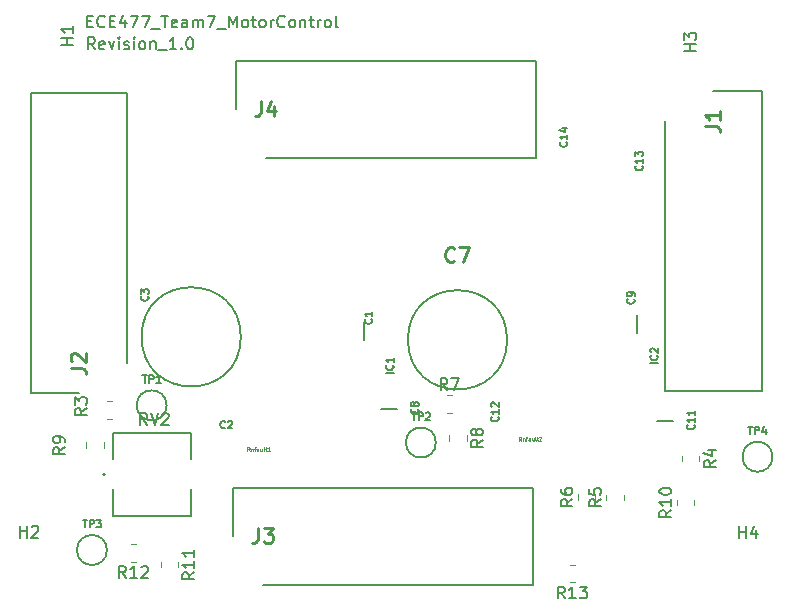
<source format=gbr>
%TF.GenerationSoftware,KiCad,Pcbnew,(5.1.9)-1*%
%TF.CreationDate,2021-10-15T13:48:39-04:00*%
%TF.ProjectId,ECE477_motorcontroller,45434534-3737-45f6-9d6f-746f72636f6e,rev?*%
%TF.SameCoordinates,Original*%
%TF.FileFunction,Legend,Top*%
%TF.FilePolarity,Positive*%
%FSLAX46Y46*%
G04 Gerber Fmt 4.6, Leading zero omitted, Abs format (unit mm)*
G04 Created by KiCad (PCBNEW (5.1.9)-1) date 2021-10-15 13:48:39*
%MOMM*%
%LPD*%
G01*
G04 APERTURE LIST*
%ADD10C,0.150000*%
%ADD11C,0.120000*%
%ADD12C,0.127000*%
%ADD13C,0.200000*%
%ADD14C,0.158750*%
%ADD15C,0.254000*%
%ADD16C,0.079375*%
G04 APERTURE END LIST*
D10*
X112592857Y-42202380D02*
X112259523Y-41726190D01*
X112021428Y-42202380D02*
X112021428Y-41202380D01*
X112402380Y-41202380D01*
X112497619Y-41250000D01*
X112545238Y-41297619D01*
X112592857Y-41392857D01*
X112592857Y-41535714D01*
X112545238Y-41630952D01*
X112497619Y-41678571D01*
X112402380Y-41726190D01*
X112021428Y-41726190D01*
X113402380Y-42154761D02*
X113307142Y-42202380D01*
X113116666Y-42202380D01*
X113021428Y-42154761D01*
X112973809Y-42059523D01*
X112973809Y-41678571D01*
X113021428Y-41583333D01*
X113116666Y-41535714D01*
X113307142Y-41535714D01*
X113402380Y-41583333D01*
X113450000Y-41678571D01*
X113450000Y-41773809D01*
X112973809Y-41869047D01*
X113783333Y-41535714D02*
X114021428Y-42202380D01*
X114259523Y-41535714D01*
X114640476Y-42202380D02*
X114640476Y-41535714D01*
X114640476Y-41202380D02*
X114592857Y-41250000D01*
X114640476Y-41297619D01*
X114688095Y-41250000D01*
X114640476Y-41202380D01*
X114640476Y-41297619D01*
X115069047Y-42154761D02*
X115164285Y-42202380D01*
X115354761Y-42202380D01*
X115450000Y-42154761D01*
X115497619Y-42059523D01*
X115497619Y-42011904D01*
X115450000Y-41916666D01*
X115354761Y-41869047D01*
X115211904Y-41869047D01*
X115116666Y-41821428D01*
X115069047Y-41726190D01*
X115069047Y-41678571D01*
X115116666Y-41583333D01*
X115211904Y-41535714D01*
X115354761Y-41535714D01*
X115450000Y-41583333D01*
X115926190Y-42202380D02*
X115926190Y-41535714D01*
X115926190Y-41202380D02*
X115878571Y-41250000D01*
X115926190Y-41297619D01*
X115973809Y-41250000D01*
X115926190Y-41202380D01*
X115926190Y-41297619D01*
X116545238Y-42202380D02*
X116450000Y-42154761D01*
X116402380Y-42107142D01*
X116354761Y-42011904D01*
X116354761Y-41726190D01*
X116402380Y-41630952D01*
X116450000Y-41583333D01*
X116545238Y-41535714D01*
X116688095Y-41535714D01*
X116783333Y-41583333D01*
X116830952Y-41630952D01*
X116878571Y-41726190D01*
X116878571Y-42011904D01*
X116830952Y-42107142D01*
X116783333Y-42154761D01*
X116688095Y-42202380D01*
X116545238Y-42202380D01*
X117307142Y-41535714D02*
X117307142Y-42202380D01*
X117307142Y-41630952D02*
X117354761Y-41583333D01*
X117450000Y-41535714D01*
X117592857Y-41535714D01*
X117688095Y-41583333D01*
X117735714Y-41678571D01*
X117735714Y-42202380D01*
X117973809Y-42297619D02*
X118735714Y-42297619D01*
X119497619Y-42202380D02*
X118926190Y-42202380D01*
X119211904Y-42202380D02*
X119211904Y-41202380D01*
X119116666Y-41345238D01*
X119021428Y-41440476D01*
X118926190Y-41488095D01*
X119926190Y-42107142D02*
X119973809Y-42154761D01*
X119926190Y-42202380D01*
X119878571Y-42154761D01*
X119926190Y-42107142D01*
X119926190Y-42202380D01*
X120592857Y-41202380D02*
X120688095Y-41202380D01*
X120783333Y-41250000D01*
X120830952Y-41297619D01*
X120878571Y-41392857D01*
X120926190Y-41583333D01*
X120926190Y-41821428D01*
X120878571Y-42011904D01*
X120830952Y-42107142D01*
X120783333Y-42154761D01*
X120688095Y-42202380D01*
X120592857Y-42202380D01*
X120497619Y-42154761D01*
X120450000Y-42107142D01*
X120402380Y-42011904D01*
X120354761Y-41821428D01*
X120354761Y-41583333D01*
X120402380Y-41392857D01*
X120450000Y-41297619D01*
X120497619Y-41250000D01*
X120592857Y-41202380D01*
X111952380Y-39828571D02*
X112285714Y-39828571D01*
X112428571Y-40352380D02*
X111952380Y-40352380D01*
X111952380Y-39352380D01*
X112428571Y-39352380D01*
X113428571Y-40257142D02*
X113380952Y-40304761D01*
X113238095Y-40352380D01*
X113142857Y-40352380D01*
X113000000Y-40304761D01*
X112904761Y-40209523D01*
X112857142Y-40114285D01*
X112809523Y-39923809D01*
X112809523Y-39780952D01*
X112857142Y-39590476D01*
X112904761Y-39495238D01*
X113000000Y-39400000D01*
X113142857Y-39352380D01*
X113238095Y-39352380D01*
X113380952Y-39400000D01*
X113428571Y-39447619D01*
X113857142Y-39828571D02*
X114190476Y-39828571D01*
X114333333Y-40352380D02*
X113857142Y-40352380D01*
X113857142Y-39352380D01*
X114333333Y-39352380D01*
X115190476Y-39685714D02*
X115190476Y-40352380D01*
X114952380Y-39304761D02*
X114714285Y-40019047D01*
X115333333Y-40019047D01*
X115619047Y-39352380D02*
X116285714Y-39352380D01*
X115857142Y-40352380D01*
X116571428Y-39352380D02*
X117238095Y-39352380D01*
X116809523Y-40352380D01*
X117380952Y-40447619D02*
X118142857Y-40447619D01*
X118238095Y-39352380D02*
X118809523Y-39352380D01*
X118523809Y-40352380D02*
X118523809Y-39352380D01*
X119523809Y-40304761D02*
X119428571Y-40352380D01*
X119238095Y-40352380D01*
X119142857Y-40304761D01*
X119095238Y-40209523D01*
X119095238Y-39828571D01*
X119142857Y-39733333D01*
X119238095Y-39685714D01*
X119428571Y-39685714D01*
X119523809Y-39733333D01*
X119571428Y-39828571D01*
X119571428Y-39923809D01*
X119095238Y-40019047D01*
X120428571Y-40352380D02*
X120428571Y-39828571D01*
X120380952Y-39733333D01*
X120285714Y-39685714D01*
X120095238Y-39685714D01*
X120000000Y-39733333D01*
X120428571Y-40304761D02*
X120333333Y-40352380D01*
X120095238Y-40352380D01*
X120000000Y-40304761D01*
X119952380Y-40209523D01*
X119952380Y-40114285D01*
X120000000Y-40019047D01*
X120095238Y-39971428D01*
X120333333Y-39971428D01*
X120428571Y-39923809D01*
X120904761Y-40352380D02*
X120904761Y-39685714D01*
X120904761Y-39780952D02*
X120952380Y-39733333D01*
X121047619Y-39685714D01*
X121190476Y-39685714D01*
X121285714Y-39733333D01*
X121333333Y-39828571D01*
X121333333Y-40352380D01*
X121333333Y-39828571D02*
X121380952Y-39733333D01*
X121476190Y-39685714D01*
X121619047Y-39685714D01*
X121714285Y-39733333D01*
X121761904Y-39828571D01*
X121761904Y-40352380D01*
X122142857Y-39352380D02*
X122809523Y-39352380D01*
X122380952Y-40352380D01*
X122952380Y-40447619D02*
X123714285Y-40447619D01*
X123952380Y-40352380D02*
X123952380Y-39352380D01*
X124285714Y-40066666D01*
X124619047Y-39352380D01*
X124619047Y-40352380D01*
X125238095Y-40352380D02*
X125142857Y-40304761D01*
X125095238Y-40257142D01*
X125047619Y-40161904D01*
X125047619Y-39876190D01*
X125095238Y-39780952D01*
X125142857Y-39733333D01*
X125238095Y-39685714D01*
X125380952Y-39685714D01*
X125476190Y-39733333D01*
X125523809Y-39780952D01*
X125571428Y-39876190D01*
X125571428Y-40161904D01*
X125523809Y-40257142D01*
X125476190Y-40304761D01*
X125380952Y-40352380D01*
X125238095Y-40352380D01*
X125857142Y-39685714D02*
X126238095Y-39685714D01*
X126000000Y-39352380D02*
X126000000Y-40209523D01*
X126047619Y-40304761D01*
X126142857Y-40352380D01*
X126238095Y-40352380D01*
X126714285Y-40352380D02*
X126619047Y-40304761D01*
X126571428Y-40257142D01*
X126523809Y-40161904D01*
X126523809Y-39876190D01*
X126571428Y-39780952D01*
X126619047Y-39733333D01*
X126714285Y-39685714D01*
X126857142Y-39685714D01*
X126952380Y-39733333D01*
X127000000Y-39780952D01*
X127047619Y-39876190D01*
X127047619Y-40161904D01*
X127000000Y-40257142D01*
X126952380Y-40304761D01*
X126857142Y-40352380D01*
X126714285Y-40352380D01*
X127476190Y-40352380D02*
X127476190Y-39685714D01*
X127476190Y-39876190D02*
X127523809Y-39780952D01*
X127571428Y-39733333D01*
X127666666Y-39685714D01*
X127761904Y-39685714D01*
X128666666Y-40257142D02*
X128619047Y-40304761D01*
X128476190Y-40352380D01*
X128380952Y-40352380D01*
X128238095Y-40304761D01*
X128142857Y-40209523D01*
X128095238Y-40114285D01*
X128047619Y-39923809D01*
X128047619Y-39780952D01*
X128095238Y-39590476D01*
X128142857Y-39495238D01*
X128238095Y-39400000D01*
X128380952Y-39352380D01*
X128476190Y-39352380D01*
X128619047Y-39400000D01*
X128666666Y-39447619D01*
X129238095Y-40352380D02*
X129142857Y-40304761D01*
X129095238Y-40257142D01*
X129047619Y-40161904D01*
X129047619Y-39876190D01*
X129095238Y-39780952D01*
X129142857Y-39733333D01*
X129238095Y-39685714D01*
X129380952Y-39685714D01*
X129476190Y-39733333D01*
X129523809Y-39780952D01*
X129571428Y-39876190D01*
X129571428Y-40161904D01*
X129523809Y-40257142D01*
X129476190Y-40304761D01*
X129380952Y-40352380D01*
X129238095Y-40352380D01*
X130000000Y-39685714D02*
X130000000Y-40352380D01*
X130000000Y-39780952D02*
X130047619Y-39733333D01*
X130142857Y-39685714D01*
X130285714Y-39685714D01*
X130380952Y-39733333D01*
X130428571Y-39828571D01*
X130428571Y-40352380D01*
X130761904Y-39685714D02*
X131142857Y-39685714D01*
X130904761Y-39352380D02*
X130904761Y-40209523D01*
X130952380Y-40304761D01*
X131047619Y-40352380D01*
X131142857Y-40352380D01*
X131476190Y-40352380D02*
X131476190Y-39685714D01*
X131476190Y-39876190D02*
X131523809Y-39780952D01*
X131571428Y-39733333D01*
X131666666Y-39685714D01*
X131761904Y-39685714D01*
X132238095Y-40352380D02*
X132142857Y-40304761D01*
X132095238Y-40257142D01*
X132047619Y-40161904D01*
X132047619Y-39876190D01*
X132095238Y-39780952D01*
X132142857Y-39733333D01*
X132238095Y-39685714D01*
X132380952Y-39685714D01*
X132476190Y-39733333D01*
X132523809Y-39780952D01*
X132571428Y-39876190D01*
X132571428Y-40161904D01*
X132523809Y-40257142D01*
X132476190Y-40304761D01*
X132380952Y-40352380D01*
X132238095Y-40352380D01*
X133142857Y-40352380D02*
X133047619Y-40304761D01*
X133000000Y-40209523D01*
X133000000Y-39352380D01*
D11*
%TO.C,R13*%
X153239564Y-87335000D02*
X152785436Y-87335000D01*
X153239564Y-85865000D02*
X152785436Y-85865000D01*
%TO.C,R12*%
X116077064Y-85585000D02*
X115622936Y-85585000D01*
X116077064Y-84115000D02*
X115622936Y-84115000D01*
%TO.C,R11*%
X119635000Y-85622936D02*
X119635000Y-86077064D01*
X118165000Y-85622936D02*
X118165000Y-86077064D01*
%TO.C,R10*%
X161865000Y-80827064D02*
X161865000Y-80372936D01*
X163335000Y-80827064D02*
X163335000Y-80372936D01*
%TO.C,R9*%
X113335000Y-75472936D02*
X113335000Y-75927064D01*
X111865000Y-75472936D02*
X111865000Y-75927064D01*
%TO.C,R8*%
X144085000Y-74872936D02*
X144085000Y-75327064D01*
X142615000Y-74872936D02*
X142615000Y-75327064D01*
%TO.C,R7*%
X142372936Y-71515000D02*
X142827064Y-71515000D01*
X142372936Y-72985000D02*
X142827064Y-72985000D01*
%TO.C,R4*%
X163785000Y-76622936D02*
X163785000Y-77077064D01*
X162315000Y-76622936D02*
X162315000Y-77077064D01*
%TO.C,R3*%
X114077064Y-73485000D02*
X113622936Y-73485000D01*
X114077064Y-72015000D02*
X113622936Y-72015000D01*
D12*
%TO.C,TP4*%
X169970000Y-76700000D02*
G75*
G03*
X169970000Y-76700000I-1270000J0D01*
G01*
%TO.C,RV2*%
X114150000Y-81720000D02*
X114150000Y-79435000D01*
X114150000Y-76895000D02*
X114150000Y-74730000D01*
X114150000Y-74730000D02*
X120750000Y-74730000D01*
X120750000Y-74730000D02*
X120750000Y-76895000D01*
X120750000Y-79435000D02*
X120750000Y-81720000D01*
X120750000Y-81730000D02*
X114150000Y-81730000D01*
D13*
X113486000Y-78200000D02*
G75*
G03*
X113486000Y-78200000I-100000J0D01*
G01*
D12*
%TO.C,TP2*%
X141470000Y-75500000D02*
G75*
G03*
X141470000Y-75500000I-1270000J0D01*
G01*
%TO.C,TP3*%
X113620000Y-84600000D02*
G75*
G03*
X113620000Y-84600000I-1270000J0D01*
G01*
%TO.C,TP1*%
X118670000Y-72350000D02*
G75*
G03*
X118670000Y-72350000I-1270000J0D01*
G01*
D13*
%TO.C,J3*%
X126827000Y-87524000D02*
X149687000Y-87524000D01*
X149687000Y-87524000D02*
X149687000Y-79324000D01*
X149687000Y-79324000D02*
X124287000Y-79324000D01*
X124287000Y-79324000D02*
X124287000Y-83424000D01*
%TO.C,J2*%
X107152000Y-71289000D02*
X111252000Y-71289000D01*
X107152000Y-45889000D02*
X107152000Y-71289000D01*
X115352000Y-45889000D02*
X107152000Y-45889000D01*
X115352000Y-68749000D02*
X115352000Y-45889000D01*
%TO.C,J4*%
X124510000Y-43200000D02*
X124510000Y-47300000D01*
X149910000Y-43200000D02*
X124510000Y-43200000D01*
X149910000Y-51400000D02*
X149910000Y-43200000D01*
X127050000Y-51400000D02*
X149910000Y-51400000D01*
%TO.C,J1*%
X169048000Y-45750000D02*
X164948000Y-45750000D01*
X169048000Y-71150000D02*
X169048000Y-45750000D01*
X160848000Y-71150000D02*
X169048000Y-71150000D01*
X160848000Y-48290000D02*
X160848000Y-71150000D01*
D11*
%TO.C,R6*%
X154963000Y-80348064D02*
X154963000Y-79893936D01*
X153493000Y-80348064D02*
X153493000Y-79893936D01*
%TO.C,R5*%
X157385000Y-80377064D02*
X157385000Y-79922936D01*
X155915000Y-80377064D02*
X155915000Y-79922936D01*
D13*
%TO.C,IC2*%
X158500000Y-64725000D02*
X158500000Y-66200000D01*
%TO.C,IC1*%
X135400000Y-65325000D02*
X135400000Y-66800000D01*
%TO.C,C11*%
X160184000Y-73690000D02*
X161584000Y-73690000D01*
%TO.C,C8*%
X136816000Y-72674000D02*
X138216000Y-72674000D01*
%TO.C,C7*%
X147500000Y-66800000D02*
G75*
G03*
X147500000Y-66800000I-4200000J0D01*
G01*
%TO.C,C3*%
X124952000Y-66550000D02*
G75*
G03*
X124952000Y-66550000I-4200000J0D01*
G01*
%TO.C,R13*%
D10*
X152369642Y-88702380D02*
X152036309Y-88226190D01*
X151798214Y-88702380D02*
X151798214Y-87702380D01*
X152179166Y-87702380D01*
X152274404Y-87750000D01*
X152322023Y-87797619D01*
X152369642Y-87892857D01*
X152369642Y-88035714D01*
X152322023Y-88130952D01*
X152274404Y-88178571D01*
X152179166Y-88226190D01*
X151798214Y-88226190D01*
X153322023Y-88702380D02*
X152750595Y-88702380D01*
X153036309Y-88702380D02*
X153036309Y-87702380D01*
X152941071Y-87845238D01*
X152845833Y-87940476D01*
X152750595Y-87988095D01*
X153655357Y-87702380D02*
X154274404Y-87702380D01*
X153941071Y-88083333D01*
X154083928Y-88083333D01*
X154179166Y-88130952D01*
X154226785Y-88178571D01*
X154274404Y-88273809D01*
X154274404Y-88511904D01*
X154226785Y-88607142D01*
X154179166Y-88654761D01*
X154083928Y-88702380D01*
X153798214Y-88702380D01*
X153702976Y-88654761D01*
X153655357Y-88607142D01*
%TO.C,R12*%
X115207142Y-86952380D02*
X114873809Y-86476190D01*
X114635714Y-86952380D02*
X114635714Y-85952380D01*
X115016666Y-85952380D01*
X115111904Y-86000000D01*
X115159523Y-86047619D01*
X115207142Y-86142857D01*
X115207142Y-86285714D01*
X115159523Y-86380952D01*
X115111904Y-86428571D01*
X115016666Y-86476190D01*
X114635714Y-86476190D01*
X116159523Y-86952380D02*
X115588095Y-86952380D01*
X115873809Y-86952380D02*
X115873809Y-85952380D01*
X115778571Y-86095238D01*
X115683333Y-86190476D01*
X115588095Y-86238095D01*
X116540476Y-86047619D02*
X116588095Y-86000000D01*
X116683333Y-85952380D01*
X116921428Y-85952380D01*
X117016666Y-86000000D01*
X117064285Y-86047619D01*
X117111904Y-86142857D01*
X117111904Y-86238095D01*
X117064285Y-86380952D01*
X116492857Y-86952380D01*
X117111904Y-86952380D01*
%TO.C,R11*%
X121002380Y-86492857D02*
X120526190Y-86826190D01*
X121002380Y-87064285D02*
X120002380Y-87064285D01*
X120002380Y-86683333D01*
X120050000Y-86588095D01*
X120097619Y-86540476D01*
X120192857Y-86492857D01*
X120335714Y-86492857D01*
X120430952Y-86540476D01*
X120478571Y-86588095D01*
X120526190Y-86683333D01*
X120526190Y-87064285D01*
X121002380Y-85540476D02*
X121002380Y-86111904D01*
X121002380Y-85826190D02*
X120002380Y-85826190D01*
X120145238Y-85921428D01*
X120240476Y-86016666D01*
X120288095Y-86111904D01*
X121002380Y-84588095D02*
X121002380Y-85159523D01*
X121002380Y-84873809D02*
X120002380Y-84873809D01*
X120145238Y-84969047D01*
X120240476Y-85064285D01*
X120288095Y-85159523D01*
%TO.C,H4*%
X167138095Y-83602380D02*
X167138095Y-82602380D01*
X167138095Y-83078571D02*
X167709523Y-83078571D01*
X167709523Y-83602380D02*
X167709523Y-82602380D01*
X168614285Y-82935714D02*
X168614285Y-83602380D01*
X168376190Y-82554761D02*
X168138095Y-83269047D01*
X168757142Y-83269047D01*
%TO.C,H3*%
X163502380Y-42361904D02*
X162502380Y-42361904D01*
X162978571Y-42361904D02*
X162978571Y-41790476D01*
X163502380Y-41790476D02*
X162502380Y-41790476D01*
X162502380Y-41409523D02*
X162502380Y-40790476D01*
X162883333Y-41123809D01*
X162883333Y-40980952D01*
X162930952Y-40885714D01*
X162978571Y-40838095D01*
X163073809Y-40790476D01*
X163311904Y-40790476D01*
X163407142Y-40838095D01*
X163454761Y-40885714D01*
X163502380Y-40980952D01*
X163502380Y-41266666D01*
X163454761Y-41361904D01*
X163407142Y-41409523D01*
%TO.C,H2*%
X106238095Y-83552380D02*
X106238095Y-82552380D01*
X106238095Y-83028571D02*
X106809523Y-83028571D01*
X106809523Y-83552380D02*
X106809523Y-82552380D01*
X107238095Y-82647619D02*
X107285714Y-82600000D01*
X107380952Y-82552380D01*
X107619047Y-82552380D01*
X107714285Y-82600000D01*
X107761904Y-82647619D01*
X107809523Y-82742857D01*
X107809523Y-82838095D01*
X107761904Y-82980952D01*
X107190476Y-83552380D01*
X107809523Y-83552380D01*
%TO.C,H1*%
X110752380Y-41811904D02*
X109752380Y-41811904D01*
X110228571Y-41811904D02*
X110228571Y-41240476D01*
X110752380Y-41240476D02*
X109752380Y-41240476D01*
X110752380Y-40240476D02*
X110752380Y-40811904D01*
X110752380Y-40526190D02*
X109752380Y-40526190D01*
X109895238Y-40621428D01*
X109990476Y-40716666D01*
X110038095Y-40811904D01*
%TO.C,R10*%
X161402380Y-81242857D02*
X160926190Y-81576190D01*
X161402380Y-81814285D02*
X160402380Y-81814285D01*
X160402380Y-81433333D01*
X160450000Y-81338095D01*
X160497619Y-81290476D01*
X160592857Y-81242857D01*
X160735714Y-81242857D01*
X160830952Y-81290476D01*
X160878571Y-81338095D01*
X160926190Y-81433333D01*
X160926190Y-81814285D01*
X161402380Y-80290476D02*
X161402380Y-80861904D01*
X161402380Y-80576190D02*
X160402380Y-80576190D01*
X160545238Y-80671428D01*
X160640476Y-80766666D01*
X160688095Y-80861904D01*
X160402380Y-79671428D02*
X160402380Y-79576190D01*
X160450000Y-79480952D01*
X160497619Y-79433333D01*
X160592857Y-79385714D01*
X160783333Y-79338095D01*
X161021428Y-79338095D01*
X161211904Y-79385714D01*
X161307142Y-79433333D01*
X161354761Y-79480952D01*
X161402380Y-79576190D01*
X161402380Y-79671428D01*
X161354761Y-79766666D01*
X161307142Y-79814285D01*
X161211904Y-79861904D01*
X161021428Y-79909523D01*
X160783333Y-79909523D01*
X160592857Y-79861904D01*
X160497619Y-79814285D01*
X160450000Y-79766666D01*
X160402380Y-79671428D01*
%TO.C,R9*%
X110052380Y-75916666D02*
X109576190Y-76250000D01*
X110052380Y-76488095D02*
X109052380Y-76488095D01*
X109052380Y-76107142D01*
X109100000Y-76011904D01*
X109147619Y-75964285D01*
X109242857Y-75916666D01*
X109385714Y-75916666D01*
X109480952Y-75964285D01*
X109528571Y-76011904D01*
X109576190Y-76107142D01*
X109576190Y-76488095D01*
X110052380Y-75440476D02*
X110052380Y-75250000D01*
X110004761Y-75154761D01*
X109957142Y-75107142D01*
X109814285Y-75011904D01*
X109623809Y-74964285D01*
X109242857Y-74964285D01*
X109147619Y-75011904D01*
X109100000Y-75059523D01*
X109052380Y-75154761D01*
X109052380Y-75345238D01*
X109100000Y-75440476D01*
X109147619Y-75488095D01*
X109242857Y-75535714D01*
X109480952Y-75535714D01*
X109576190Y-75488095D01*
X109623809Y-75440476D01*
X109671428Y-75345238D01*
X109671428Y-75154761D01*
X109623809Y-75059523D01*
X109576190Y-75011904D01*
X109480952Y-74964285D01*
%TO.C,R8*%
X145452380Y-75266666D02*
X144976190Y-75600000D01*
X145452380Y-75838095D02*
X144452380Y-75838095D01*
X144452380Y-75457142D01*
X144500000Y-75361904D01*
X144547619Y-75314285D01*
X144642857Y-75266666D01*
X144785714Y-75266666D01*
X144880952Y-75314285D01*
X144928571Y-75361904D01*
X144976190Y-75457142D01*
X144976190Y-75838095D01*
X144880952Y-74695238D02*
X144833333Y-74790476D01*
X144785714Y-74838095D01*
X144690476Y-74885714D01*
X144642857Y-74885714D01*
X144547619Y-74838095D01*
X144500000Y-74790476D01*
X144452380Y-74695238D01*
X144452380Y-74504761D01*
X144500000Y-74409523D01*
X144547619Y-74361904D01*
X144642857Y-74314285D01*
X144690476Y-74314285D01*
X144785714Y-74361904D01*
X144833333Y-74409523D01*
X144880952Y-74504761D01*
X144880952Y-74695238D01*
X144928571Y-74790476D01*
X144976190Y-74838095D01*
X145071428Y-74885714D01*
X145261904Y-74885714D01*
X145357142Y-74838095D01*
X145404761Y-74790476D01*
X145452380Y-74695238D01*
X145452380Y-74504761D01*
X145404761Y-74409523D01*
X145357142Y-74361904D01*
X145261904Y-74314285D01*
X145071428Y-74314285D01*
X144976190Y-74361904D01*
X144928571Y-74409523D01*
X144880952Y-74504761D01*
%TO.C,R7*%
X142433333Y-71052380D02*
X142100000Y-70576190D01*
X141861904Y-71052380D02*
X141861904Y-70052380D01*
X142242857Y-70052380D01*
X142338095Y-70100000D01*
X142385714Y-70147619D01*
X142433333Y-70242857D01*
X142433333Y-70385714D01*
X142385714Y-70480952D01*
X142338095Y-70528571D01*
X142242857Y-70576190D01*
X141861904Y-70576190D01*
X142766666Y-70052380D02*
X143433333Y-70052380D01*
X143004761Y-71052380D01*
%TO.C,R4*%
X165152380Y-77016666D02*
X164676190Y-77350000D01*
X165152380Y-77588095D02*
X164152380Y-77588095D01*
X164152380Y-77207142D01*
X164200000Y-77111904D01*
X164247619Y-77064285D01*
X164342857Y-77016666D01*
X164485714Y-77016666D01*
X164580952Y-77064285D01*
X164628571Y-77111904D01*
X164676190Y-77207142D01*
X164676190Y-77588095D01*
X164485714Y-76159523D02*
X165152380Y-76159523D01*
X164104761Y-76397619D02*
X164819047Y-76635714D01*
X164819047Y-76016666D01*
%TO.C,R3*%
X111902380Y-72616666D02*
X111426190Y-72950000D01*
X111902380Y-73188095D02*
X110902380Y-73188095D01*
X110902380Y-72807142D01*
X110950000Y-72711904D01*
X110997619Y-72664285D01*
X111092857Y-72616666D01*
X111235714Y-72616666D01*
X111330952Y-72664285D01*
X111378571Y-72711904D01*
X111426190Y-72807142D01*
X111426190Y-73188095D01*
X110902380Y-72283333D02*
X110902380Y-71664285D01*
X111283333Y-71997619D01*
X111283333Y-71854761D01*
X111330952Y-71759523D01*
X111378571Y-71711904D01*
X111473809Y-71664285D01*
X111711904Y-71664285D01*
X111807142Y-71711904D01*
X111854761Y-71759523D01*
X111902380Y-71854761D01*
X111902380Y-72140476D01*
X111854761Y-72235714D01*
X111807142Y-72283333D01*
%TO.C,TP4*%
X167924380Y-74143123D02*
X168290095Y-74143123D01*
X168107238Y-74783123D02*
X168107238Y-74143123D01*
X168503428Y-74783123D02*
X168503428Y-74143123D01*
X168747238Y-74143123D01*
X168808190Y-74173600D01*
X168838666Y-74204076D01*
X168869142Y-74265028D01*
X168869142Y-74356457D01*
X168838666Y-74417409D01*
X168808190Y-74447885D01*
X168747238Y-74478361D01*
X168503428Y-74478361D01*
X169417714Y-74356457D02*
X169417714Y-74783123D01*
X169265333Y-74112647D02*
X169112952Y-74569790D01*
X169509142Y-74569790D01*
%TO.C,RV2*%
X117028591Y-74005837D02*
X116694339Y-73528334D01*
X116455588Y-74005837D02*
X116455588Y-73003081D01*
X116837590Y-73003081D01*
X116933090Y-73050832D01*
X116980841Y-73098582D01*
X117028591Y-73194082D01*
X117028591Y-73337333D01*
X116980841Y-73432834D01*
X116933090Y-73480584D01*
X116837590Y-73528334D01*
X116455588Y-73528334D01*
X117315093Y-73003081D02*
X117649345Y-74005837D01*
X117983597Y-73003081D01*
X118270098Y-73098582D02*
X118317849Y-73050832D01*
X118413349Y-73003081D01*
X118652101Y-73003081D01*
X118747601Y-73050832D01*
X118795352Y-73098582D01*
X118843102Y-73194082D01*
X118843102Y-73289583D01*
X118795352Y-73432834D01*
X118222348Y-74005837D01*
X118843102Y-74005837D01*
%TO.C,TP2*%
X139424380Y-72943123D02*
X139790095Y-72943123D01*
X139607238Y-73583123D02*
X139607238Y-72943123D01*
X140003428Y-73583123D02*
X140003428Y-72943123D01*
X140247238Y-72943123D01*
X140308190Y-72973600D01*
X140338666Y-73004076D01*
X140369142Y-73065028D01*
X140369142Y-73156457D01*
X140338666Y-73217409D01*
X140308190Y-73247885D01*
X140247238Y-73278361D01*
X140003428Y-73278361D01*
X140612952Y-73004076D02*
X140643428Y-72973600D01*
X140704380Y-72943123D01*
X140856761Y-72943123D01*
X140917714Y-72973600D01*
X140948190Y-73004076D01*
X140978666Y-73065028D01*
X140978666Y-73125980D01*
X140948190Y-73217409D01*
X140582476Y-73583123D01*
X140978666Y-73583123D01*
%TO.C,TP3*%
X111574380Y-82043123D02*
X111940095Y-82043123D01*
X111757238Y-82683123D02*
X111757238Y-82043123D01*
X112153428Y-82683123D02*
X112153428Y-82043123D01*
X112397238Y-82043123D01*
X112458190Y-82073600D01*
X112488666Y-82104076D01*
X112519142Y-82165028D01*
X112519142Y-82256457D01*
X112488666Y-82317409D01*
X112458190Y-82347885D01*
X112397238Y-82378361D01*
X112153428Y-82378361D01*
X112732476Y-82043123D02*
X113128666Y-82043123D01*
X112915333Y-82286933D01*
X113006761Y-82286933D01*
X113067714Y-82317409D01*
X113098190Y-82347885D01*
X113128666Y-82408838D01*
X113128666Y-82561219D01*
X113098190Y-82622171D01*
X113067714Y-82652647D01*
X113006761Y-82683123D01*
X112823904Y-82683123D01*
X112762952Y-82652647D01*
X112732476Y-82622171D01*
%TO.C,TP1*%
X116624380Y-69793123D02*
X116990095Y-69793123D01*
X116807238Y-70433123D02*
X116807238Y-69793123D01*
X117203428Y-70433123D02*
X117203428Y-69793123D01*
X117447238Y-69793123D01*
X117508190Y-69823600D01*
X117538666Y-69854076D01*
X117569142Y-69915028D01*
X117569142Y-70006457D01*
X117538666Y-70067409D01*
X117508190Y-70097885D01*
X117447238Y-70128361D01*
X117203428Y-70128361D01*
X118178666Y-70433123D02*
X117812952Y-70433123D01*
X117995809Y-70433123D02*
X117995809Y-69793123D01*
X117934857Y-69884552D01*
X117873904Y-69945504D01*
X117812952Y-69975980D01*
%TO.C,C14*%
D14*
X152516785Y-50058214D02*
X152547023Y-50088452D01*
X152577261Y-50179166D01*
X152577261Y-50239642D01*
X152547023Y-50330357D01*
X152486547Y-50390833D01*
X152426071Y-50421071D01*
X152305119Y-50451309D01*
X152214404Y-50451309D01*
X152093452Y-50421071D01*
X152032976Y-50390833D01*
X151972500Y-50330357D01*
X151942261Y-50239642D01*
X151942261Y-50179166D01*
X151972500Y-50088452D01*
X152002738Y-50058214D01*
X152577261Y-49453452D02*
X152577261Y-49816309D01*
X152577261Y-49634880D02*
X151942261Y-49634880D01*
X152032976Y-49695357D01*
X152093452Y-49755833D01*
X152123690Y-49816309D01*
X152153928Y-48909166D02*
X152577261Y-48909166D01*
X151912023Y-49060357D02*
X152365595Y-49211547D01*
X152365595Y-48818452D01*
%TO.C,C13*%
X158926785Y-52068214D02*
X158957023Y-52098452D01*
X158987261Y-52189166D01*
X158987261Y-52249642D01*
X158957023Y-52340357D01*
X158896547Y-52400833D01*
X158836071Y-52431071D01*
X158715119Y-52461309D01*
X158624404Y-52461309D01*
X158503452Y-52431071D01*
X158442976Y-52400833D01*
X158382500Y-52340357D01*
X158352261Y-52249642D01*
X158352261Y-52189166D01*
X158382500Y-52098452D01*
X158412738Y-52068214D01*
X158987261Y-51463452D02*
X158987261Y-51826309D01*
X158987261Y-51644880D02*
X158352261Y-51644880D01*
X158442976Y-51705357D01*
X158503452Y-51765833D01*
X158533690Y-51826309D01*
X158352261Y-51251785D02*
X158352261Y-50858690D01*
X158594166Y-51070357D01*
X158594166Y-50979642D01*
X158624404Y-50919166D01*
X158654642Y-50888928D01*
X158715119Y-50858690D01*
X158866309Y-50858690D01*
X158926785Y-50888928D01*
X158957023Y-50919166D01*
X158987261Y-50979642D01*
X158987261Y-51161071D01*
X158957023Y-51221547D01*
X158926785Y-51251785D01*
%TO.C,J3*%
D15*
X126403666Y-82728523D02*
X126403666Y-83635666D01*
X126343190Y-83817095D01*
X126222238Y-83938047D01*
X126040809Y-83998523D01*
X125919857Y-83998523D01*
X126887476Y-82728523D02*
X127673666Y-82728523D01*
X127250333Y-83212333D01*
X127431761Y-83212333D01*
X127552714Y-83272809D01*
X127613190Y-83333285D01*
X127673666Y-83454238D01*
X127673666Y-83756619D01*
X127613190Y-83877571D01*
X127552714Y-83938047D01*
X127431761Y-83998523D01*
X127068904Y-83998523D01*
X126947952Y-83938047D01*
X126887476Y-83877571D01*
%TO.C,J2*%
X110556523Y-69172333D02*
X111463666Y-69172333D01*
X111645095Y-69232809D01*
X111766047Y-69353761D01*
X111826523Y-69535190D01*
X111826523Y-69656142D01*
X110677476Y-68628047D02*
X110617000Y-68567571D01*
X110556523Y-68446619D01*
X110556523Y-68144238D01*
X110617000Y-68023285D01*
X110677476Y-67962809D01*
X110798428Y-67902333D01*
X110919380Y-67902333D01*
X111100809Y-67962809D01*
X111826523Y-68688523D01*
X111826523Y-67902333D01*
%TO.C,J4*%
X126626666Y-46604523D02*
X126626666Y-47511666D01*
X126566190Y-47693095D01*
X126445238Y-47814047D01*
X126263809Y-47874523D01*
X126142857Y-47874523D01*
X127775714Y-47027857D02*
X127775714Y-47874523D01*
X127473333Y-46544047D02*
X127170952Y-47451190D01*
X127957142Y-47451190D01*
%TO.C,J1*%
X164252523Y-48713333D02*
X165159666Y-48713333D01*
X165341095Y-48773809D01*
X165462047Y-48894761D01*
X165522523Y-49076190D01*
X165522523Y-49197142D01*
X165522523Y-47443333D02*
X165522523Y-48169047D01*
X165522523Y-47806190D02*
X164252523Y-47806190D01*
X164433952Y-47927142D01*
X164554904Y-48048095D01*
X164615380Y-48169047D01*
%TO.C,R6*%
D10*
X153030380Y-80287666D02*
X152554190Y-80621000D01*
X153030380Y-80859095D02*
X152030380Y-80859095D01*
X152030380Y-80478142D01*
X152078000Y-80382904D01*
X152125619Y-80335285D01*
X152220857Y-80287666D01*
X152363714Y-80287666D01*
X152458952Y-80335285D01*
X152506571Y-80382904D01*
X152554190Y-80478142D01*
X152554190Y-80859095D01*
X152030380Y-79430523D02*
X152030380Y-79621000D01*
X152078000Y-79716238D01*
X152125619Y-79763857D01*
X152268476Y-79859095D01*
X152458952Y-79906714D01*
X152839904Y-79906714D01*
X152935142Y-79859095D01*
X152982761Y-79811476D01*
X153030380Y-79716238D01*
X153030380Y-79525761D01*
X152982761Y-79430523D01*
X152935142Y-79382904D01*
X152839904Y-79335285D01*
X152601809Y-79335285D01*
X152506571Y-79382904D01*
X152458952Y-79430523D01*
X152411333Y-79525761D01*
X152411333Y-79716238D01*
X152458952Y-79811476D01*
X152506571Y-79859095D01*
X152601809Y-79906714D01*
%TO.C,R5*%
X155452380Y-80316666D02*
X154976190Y-80650000D01*
X155452380Y-80888095D02*
X154452380Y-80888095D01*
X154452380Y-80507142D01*
X154500000Y-80411904D01*
X154547619Y-80364285D01*
X154642857Y-80316666D01*
X154785714Y-80316666D01*
X154880952Y-80364285D01*
X154928571Y-80411904D01*
X154976190Y-80507142D01*
X154976190Y-80888095D01*
X154452380Y-79411904D02*
X154452380Y-79888095D01*
X154928571Y-79935714D01*
X154880952Y-79888095D01*
X154833333Y-79792857D01*
X154833333Y-79554761D01*
X154880952Y-79459523D01*
X154928571Y-79411904D01*
X155023809Y-79364285D01*
X155261904Y-79364285D01*
X155357142Y-79411904D01*
X155404761Y-79459523D01*
X155452380Y-79554761D01*
X155452380Y-79792857D01*
X155404761Y-79888095D01*
X155357142Y-79935714D01*
%TO.C,Rnfault2*%
D16*
X148715607Y-75336630D02*
X148609773Y-75185440D01*
X148534178Y-75336630D02*
X148534178Y-75019130D01*
X148655130Y-75019130D01*
X148685369Y-75034250D01*
X148700488Y-75049369D01*
X148715607Y-75079607D01*
X148715607Y-75124964D01*
X148700488Y-75155202D01*
X148685369Y-75170321D01*
X148655130Y-75185440D01*
X148534178Y-75185440D01*
X148851678Y-75124964D02*
X148851678Y-75336630D01*
X148851678Y-75155202D02*
X148866797Y-75140083D01*
X148897035Y-75124964D01*
X148942392Y-75124964D01*
X148972630Y-75140083D01*
X148987750Y-75170321D01*
X148987750Y-75336630D01*
X149093583Y-75124964D02*
X149214535Y-75124964D01*
X149138940Y-75336630D02*
X149138940Y-75064488D01*
X149154059Y-75034250D01*
X149184297Y-75019130D01*
X149214535Y-75019130D01*
X149456440Y-75336630D02*
X149456440Y-75170321D01*
X149441321Y-75140083D01*
X149411083Y-75124964D01*
X149350607Y-75124964D01*
X149320369Y-75140083D01*
X149456440Y-75321511D02*
X149426202Y-75336630D01*
X149350607Y-75336630D01*
X149320369Y-75321511D01*
X149305250Y-75291273D01*
X149305250Y-75261035D01*
X149320369Y-75230797D01*
X149350607Y-75215678D01*
X149426202Y-75215678D01*
X149456440Y-75200559D01*
X149743702Y-75124964D02*
X149743702Y-75336630D01*
X149607630Y-75124964D02*
X149607630Y-75291273D01*
X149622750Y-75321511D01*
X149652988Y-75336630D01*
X149698345Y-75336630D01*
X149728583Y-75321511D01*
X149743702Y-75306392D01*
X149940250Y-75336630D02*
X149910011Y-75321511D01*
X149894892Y-75291273D01*
X149894892Y-75019130D01*
X150015845Y-75124964D02*
X150136797Y-75124964D01*
X150061202Y-75019130D02*
X150061202Y-75291273D01*
X150076321Y-75321511D01*
X150106559Y-75336630D01*
X150136797Y-75336630D01*
X150227511Y-75049369D02*
X150242630Y-75034250D01*
X150272869Y-75019130D01*
X150348464Y-75019130D01*
X150378702Y-75034250D01*
X150393821Y-75049369D01*
X150408940Y-75079607D01*
X150408940Y-75109845D01*
X150393821Y-75155202D01*
X150212392Y-75336630D01*
X150408940Y-75336630D01*
%TO.C,Rnfault1*%
X125701607Y-76227630D02*
X125595773Y-76076440D01*
X125520178Y-76227630D02*
X125520178Y-75910130D01*
X125641130Y-75910130D01*
X125671369Y-75925250D01*
X125686488Y-75940369D01*
X125701607Y-75970607D01*
X125701607Y-76015964D01*
X125686488Y-76046202D01*
X125671369Y-76061321D01*
X125641130Y-76076440D01*
X125520178Y-76076440D01*
X125837678Y-76015964D02*
X125837678Y-76227630D01*
X125837678Y-76046202D02*
X125852797Y-76031083D01*
X125883035Y-76015964D01*
X125928392Y-76015964D01*
X125958630Y-76031083D01*
X125973750Y-76061321D01*
X125973750Y-76227630D01*
X126079583Y-76015964D02*
X126200535Y-76015964D01*
X126124940Y-76227630D02*
X126124940Y-75955488D01*
X126140059Y-75925250D01*
X126170297Y-75910130D01*
X126200535Y-75910130D01*
X126442440Y-76227630D02*
X126442440Y-76061321D01*
X126427321Y-76031083D01*
X126397083Y-76015964D01*
X126336607Y-76015964D01*
X126306369Y-76031083D01*
X126442440Y-76212511D02*
X126412202Y-76227630D01*
X126336607Y-76227630D01*
X126306369Y-76212511D01*
X126291250Y-76182273D01*
X126291250Y-76152035D01*
X126306369Y-76121797D01*
X126336607Y-76106678D01*
X126412202Y-76106678D01*
X126442440Y-76091559D01*
X126729702Y-76015964D02*
X126729702Y-76227630D01*
X126593630Y-76015964D02*
X126593630Y-76182273D01*
X126608750Y-76212511D01*
X126638988Y-76227630D01*
X126684345Y-76227630D01*
X126714583Y-76212511D01*
X126729702Y-76197392D01*
X126926250Y-76227630D02*
X126896011Y-76212511D01*
X126880892Y-76182273D01*
X126880892Y-75910130D01*
X127001845Y-76015964D02*
X127122797Y-76015964D01*
X127047202Y-75910130D02*
X127047202Y-76182273D01*
X127062321Y-76212511D01*
X127092559Y-76227630D01*
X127122797Y-76227630D01*
X127394940Y-76227630D02*
X127213511Y-76227630D01*
X127304226Y-76227630D02*
X127304226Y-75910130D01*
X127273988Y-75955488D01*
X127243750Y-75985726D01*
X127213511Y-76000845D01*
%TO.C,IC2*%
D14*
X160262261Y-68781880D02*
X159627261Y-68781880D01*
X160201785Y-68116642D02*
X160232023Y-68146880D01*
X160262261Y-68237595D01*
X160262261Y-68298071D01*
X160232023Y-68388785D01*
X160171547Y-68449261D01*
X160111071Y-68479500D01*
X159990119Y-68509738D01*
X159899404Y-68509738D01*
X159778452Y-68479500D01*
X159717976Y-68449261D01*
X159657500Y-68388785D01*
X159627261Y-68298071D01*
X159627261Y-68237595D01*
X159657500Y-68146880D01*
X159687738Y-68116642D01*
X159687738Y-67874738D02*
X159657500Y-67844500D01*
X159627261Y-67784023D01*
X159627261Y-67632833D01*
X159657500Y-67572357D01*
X159687738Y-67542119D01*
X159748214Y-67511880D01*
X159808690Y-67511880D01*
X159899404Y-67542119D01*
X160262261Y-67904976D01*
X160262261Y-67511880D01*
%TO.C,IC1*%
X137887261Y-69619880D02*
X137252261Y-69619880D01*
X137826785Y-68954642D02*
X137857023Y-68984880D01*
X137887261Y-69075595D01*
X137887261Y-69136071D01*
X137857023Y-69226785D01*
X137796547Y-69287261D01*
X137736071Y-69317500D01*
X137615119Y-69347738D01*
X137524404Y-69347738D01*
X137403452Y-69317500D01*
X137342976Y-69287261D01*
X137282500Y-69226785D01*
X137252261Y-69136071D01*
X137252261Y-69075595D01*
X137282500Y-68984880D01*
X137312738Y-68954642D01*
X137887261Y-68349880D02*
X137887261Y-68712738D01*
X137887261Y-68531309D02*
X137252261Y-68531309D01*
X137342976Y-68591785D01*
X137403452Y-68652261D01*
X137433690Y-68712738D01*
%TO.C,C12*%
X146716785Y-73306214D02*
X146747023Y-73336452D01*
X146777261Y-73427166D01*
X146777261Y-73487642D01*
X146747023Y-73578357D01*
X146686547Y-73638833D01*
X146626071Y-73669071D01*
X146505119Y-73699309D01*
X146414404Y-73699309D01*
X146293452Y-73669071D01*
X146232976Y-73638833D01*
X146172500Y-73578357D01*
X146142261Y-73487642D01*
X146142261Y-73427166D01*
X146172500Y-73336452D01*
X146202738Y-73306214D01*
X146777261Y-72701452D02*
X146777261Y-73064309D01*
X146777261Y-72882880D02*
X146142261Y-72882880D01*
X146232976Y-72943357D01*
X146293452Y-73003833D01*
X146323690Y-73064309D01*
X146202738Y-72459547D02*
X146172500Y-72429309D01*
X146142261Y-72368833D01*
X146142261Y-72217642D01*
X146172500Y-72157166D01*
X146202738Y-72126928D01*
X146263214Y-72096690D01*
X146323690Y-72096690D01*
X146414404Y-72126928D01*
X146777261Y-72489785D01*
X146777261Y-72096690D01*
%TO.C,C11*%
X163310785Y-73998214D02*
X163341023Y-74028452D01*
X163371261Y-74119166D01*
X163371261Y-74179642D01*
X163341023Y-74270357D01*
X163280547Y-74330833D01*
X163220071Y-74361071D01*
X163099119Y-74391309D01*
X163008404Y-74391309D01*
X162887452Y-74361071D01*
X162826976Y-74330833D01*
X162766500Y-74270357D01*
X162736261Y-74179642D01*
X162736261Y-74119166D01*
X162766500Y-74028452D01*
X162796738Y-73998214D01*
X163371261Y-73393452D02*
X163371261Y-73756309D01*
X163371261Y-73574880D02*
X162736261Y-73574880D01*
X162826976Y-73635357D01*
X162887452Y-73695833D01*
X162917690Y-73756309D01*
X163371261Y-72788690D02*
X163371261Y-73151547D01*
X163371261Y-72970119D02*
X162736261Y-72970119D01*
X162826976Y-73030595D01*
X162887452Y-73091071D01*
X162917690Y-73151547D01*
%TO.C,C9*%
X158226785Y-63355833D02*
X158257023Y-63386071D01*
X158287261Y-63476785D01*
X158287261Y-63537261D01*
X158257023Y-63627976D01*
X158196547Y-63688452D01*
X158136071Y-63718690D01*
X158015119Y-63748928D01*
X157924404Y-63748928D01*
X157803452Y-63718690D01*
X157742976Y-63688452D01*
X157682500Y-63627976D01*
X157652261Y-63537261D01*
X157652261Y-63476785D01*
X157682500Y-63386071D01*
X157712738Y-63355833D01*
X158287261Y-63053452D02*
X158287261Y-62932500D01*
X158257023Y-62872023D01*
X158226785Y-62841785D01*
X158136071Y-62781309D01*
X158015119Y-62751071D01*
X157773214Y-62751071D01*
X157712738Y-62781309D01*
X157682500Y-62811547D01*
X157652261Y-62872023D01*
X157652261Y-62992976D01*
X157682500Y-63053452D01*
X157712738Y-63083690D01*
X157773214Y-63113928D01*
X157924404Y-63113928D01*
X157984880Y-63083690D01*
X158015119Y-63053452D01*
X158045357Y-62992976D01*
X158045357Y-62872023D01*
X158015119Y-62811547D01*
X157984880Y-62781309D01*
X157924404Y-62751071D01*
%TO.C,C8*%
X139942785Y-72679833D02*
X139973023Y-72710071D01*
X140003261Y-72800785D01*
X140003261Y-72861261D01*
X139973023Y-72951976D01*
X139912547Y-73012452D01*
X139852071Y-73042690D01*
X139731119Y-73072928D01*
X139640404Y-73072928D01*
X139519452Y-73042690D01*
X139458976Y-73012452D01*
X139398500Y-72951976D01*
X139368261Y-72861261D01*
X139368261Y-72800785D01*
X139398500Y-72710071D01*
X139428738Y-72679833D01*
X139640404Y-72316976D02*
X139610166Y-72377452D01*
X139579928Y-72407690D01*
X139519452Y-72437928D01*
X139489214Y-72437928D01*
X139428738Y-72407690D01*
X139398500Y-72377452D01*
X139368261Y-72316976D01*
X139368261Y-72196023D01*
X139398500Y-72135547D01*
X139428738Y-72105309D01*
X139489214Y-72075071D01*
X139519452Y-72075071D01*
X139579928Y-72105309D01*
X139610166Y-72135547D01*
X139640404Y-72196023D01*
X139640404Y-72316976D01*
X139670642Y-72377452D01*
X139700880Y-72407690D01*
X139761357Y-72437928D01*
X139882309Y-72437928D01*
X139942785Y-72407690D01*
X139973023Y-72377452D01*
X140003261Y-72316976D01*
X140003261Y-72196023D01*
X139973023Y-72135547D01*
X139942785Y-72105309D01*
X139882309Y-72075071D01*
X139761357Y-72075071D01*
X139700880Y-72105309D01*
X139670642Y-72135547D01*
X139640404Y-72196023D01*
%TO.C,C7*%
D15*
X143038333Y-60103571D02*
X142977857Y-60164047D01*
X142796428Y-60224523D01*
X142675476Y-60224523D01*
X142494047Y-60164047D01*
X142373095Y-60043095D01*
X142312619Y-59922142D01*
X142252142Y-59680238D01*
X142252142Y-59498809D01*
X142312619Y-59256904D01*
X142373095Y-59135952D01*
X142494047Y-59015000D01*
X142675476Y-58954523D01*
X142796428Y-58954523D01*
X142977857Y-59015000D01*
X143038333Y-59075476D01*
X143461666Y-58954523D02*
X144308333Y-58954523D01*
X143764047Y-60224523D01*
%TO.C,C3*%
D14*
X117078785Y-63105833D02*
X117109023Y-63136071D01*
X117139261Y-63226785D01*
X117139261Y-63287261D01*
X117109023Y-63377976D01*
X117048547Y-63438452D01*
X116988071Y-63468690D01*
X116867119Y-63498928D01*
X116776404Y-63498928D01*
X116655452Y-63468690D01*
X116594976Y-63438452D01*
X116534500Y-63377976D01*
X116504261Y-63287261D01*
X116504261Y-63226785D01*
X116534500Y-63136071D01*
X116564738Y-63105833D01*
X116504261Y-62894166D02*
X116504261Y-62501071D01*
X116746166Y-62712738D01*
X116746166Y-62622023D01*
X116776404Y-62561547D01*
X116806642Y-62531309D01*
X116867119Y-62501071D01*
X117018309Y-62501071D01*
X117078785Y-62531309D01*
X117109023Y-62561547D01*
X117139261Y-62622023D01*
X117139261Y-62803452D01*
X117109023Y-62863928D01*
X117078785Y-62894166D01*
%TO.C,C2*%
X123624166Y-74240785D02*
X123593928Y-74271023D01*
X123503214Y-74301261D01*
X123442738Y-74301261D01*
X123352023Y-74271023D01*
X123291547Y-74210547D01*
X123261309Y-74150071D01*
X123231071Y-74029119D01*
X123231071Y-73938404D01*
X123261309Y-73817452D01*
X123291547Y-73756976D01*
X123352023Y-73696500D01*
X123442738Y-73666261D01*
X123503214Y-73666261D01*
X123593928Y-73696500D01*
X123624166Y-73726738D01*
X123866071Y-73726738D02*
X123896309Y-73696500D01*
X123956785Y-73666261D01*
X124107976Y-73666261D01*
X124168452Y-73696500D01*
X124198690Y-73726738D01*
X124228928Y-73787214D01*
X124228928Y-73847690D01*
X124198690Y-73938404D01*
X123835833Y-74301261D01*
X124228928Y-74301261D01*
%TO.C,C1*%
X136016785Y-65051833D02*
X136047023Y-65082071D01*
X136077261Y-65172785D01*
X136077261Y-65233261D01*
X136047023Y-65323976D01*
X135986547Y-65384452D01*
X135926071Y-65414690D01*
X135805119Y-65444928D01*
X135714404Y-65444928D01*
X135593452Y-65414690D01*
X135532976Y-65384452D01*
X135472500Y-65323976D01*
X135442261Y-65233261D01*
X135442261Y-65172785D01*
X135472500Y-65082071D01*
X135502738Y-65051833D01*
X136077261Y-64447071D02*
X136077261Y-64809928D01*
X136077261Y-64628500D02*
X135442261Y-64628500D01*
X135532976Y-64688976D01*
X135593452Y-64749452D01*
X135623690Y-64809928D01*
%TD*%
M02*

</source>
